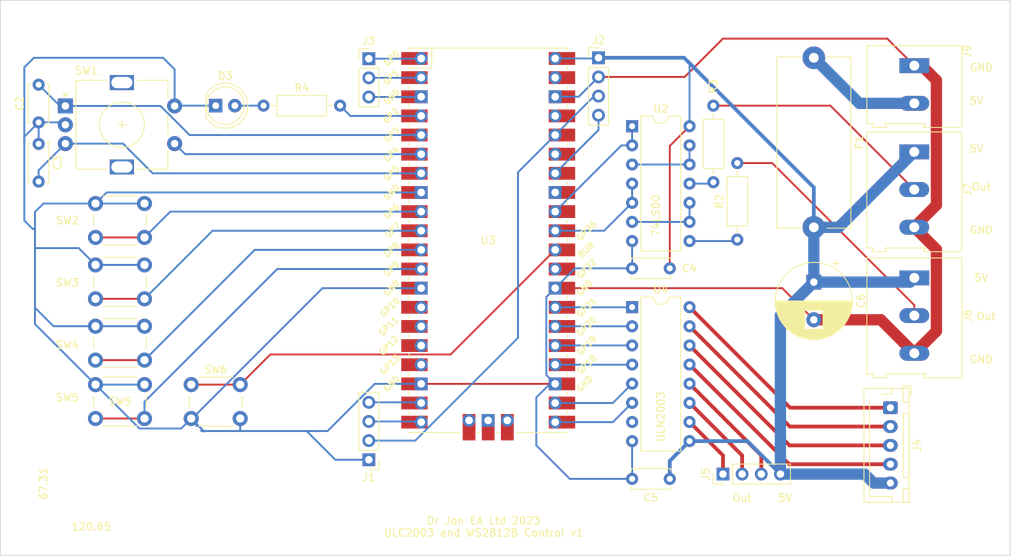
<source format=kicad_pcb>
(kicad_pcb (version 20211014) (generator pcbnew)
  (layers (0 "F.Cu" signal) (31 "B.Cu" signal) (34 "B.Paste" user) (35 "F.Paste" user) (36 "B.SilkS" user "B.Silkscreen") (37 "F.SilkS" user "F.Silkscreen") (38 "B.Mask" user) (39 "F.Mask" user) (44 "Edge.Cuts" user))
  (net 0 "")
  (net 1 "+5V")
  (net 2 "GND")
  (net 3 "Net-(D3-Pad2)")
  (net 4 "Net-(C2-Pad2)")
  (net 5 "Net-(D1-Pad4)")
  (net 6 "Net-(D2-Pad4)")
  (net 7 "Net-(F1-Pad1)")
  (net 8 "Net-(J3-Pad1)")
  (net 9 "Net-(J3-Pad2)")
  (net 10 "Net-(J3-Pad3)")
  (net 11 "Net-(C3-Pad2)")
  (net 12 "+3.3V")
  (net 13 "Net-(J4-Pad4)")
  (net 14 "Net-(J4-Pad3)")
  (net 15 "Net-(J4-Pad2)")
  (net 16 "Net-(J4-Pad1)")
  (net 17 "Net-(J1-Pad3)")
  (net 18 "Net-(U3-Pad19)")
  (net 19 "Net-(U3-Pad34)")
  (net 20 "Net-(SW1-PadS1)")
  (net 21 "Net-(SW2-Pad2)")
  (net 22 "Net-(J5-Pad1)")
  (net 23 "Net-(SW3-Pad2)")
  (net 24 "Net-(J5-Pad2)")
  (net 25 "Net-(J5-Pad3)")
  (net 26 "Net-(SW4-Pad2)")
  (net 33 "Net-(SW6-Pad1)")
  (net 35 "Net-(U2-Pad4)")
  (net 37 "Net-(U3-Pad27)")
  (net 38 "Net-(U3-Pad26)")
  (net 39 "Net-(U3-Pad25)")
  (net 40 "Net-(U3-Pad24)")
  (net 45 "Net-(U3-Pad21)")
  (net 46 "Net-(U3-Pad22)")
  (net 48 "Net-(R2-Pad1)")
  (net 49 "Net-(R3-Pad1)")
  (net 50 "Net-(R4-Pad2)")
  (net 51 "Net-(SW5-Pad2)")
  (net 52 "Net-(U2-Pad1)")
  (net 53 "Net-(U2-Pad12)")
  (net 54 "Net-(U2-Pad10)")
  (footprint "Connector_PinHeader_2.54mm:PinHeader_1x04_P2.54mm_Vertical" (layer "F.Cu") (at 115.58 103.505 90)
    (fp_text reference "J5" (at 0 -2.33 90) (layer "F.SilkS"))
    (fp_text value "Conn_01x04_Male")
    (pad "1" thru_hole rect (at 0 0 90) (size 1.7 1.7) (drill 1) (layers *.Cu *.Mask) (net 22 "Net-(J5-Pad1)"))
    (pad "2" thru_hole oval (at 0 2.54 90) (size 1.7 1.7) (drill 1) (layers *.Cu *.Mask) (net 24 "Net-(J5-Pad2)"))
    (pad "3" thru_hole oval (at 0 5.08 90) (size 1.7 1.7) (drill 1) (layers *.Cu *.Mask) (net 25 "Net-(J5-Pad3)"))
    (pad "4" thru_hole oval (at 0 7.62 90) (size 1.7 1.7) (drill 1) (layers *.Cu *.Mask) (net 1 "+5V"))
  )
  (footprint "Capacitor_THT:C_Disc_D5.0mm_W2.5mm_P5.00mm" (layer "F.Cu") (at 108.52 76.2 180)
    (fp_text reference "C4" (at -2.605 0) (layer "F.SilkS"))
    (fp_text value "100nf")
    (pad "1" thru_hole circle (at 0 0 180) (size 1.6 1.6) (drill 0.8) (layers *.Cu *.Mask) (net 1 "+5V"))
    (pad "2" thru_hole circle (at 5 0 180) (size 1.6 1.6) (drill 0.8) (layers *.Cu *.Mask) (net 2 "GND"))
  )
  (footprint "" (layer "F.Cu") (at 25.4 43.18)
    (fp_text reference "" (at 0 0) (layer "F.SilkS") (effects (font (size 1.27 1.27))))
    (fp_text value "" (at 0 0) (layer "F.SilkS") (effects (font (size 1.27 1.27))))
    (pad "" np_thru_hole circle (at 0 0) (size 2.2 2.2) (drill 2.2) (layers F&B.Cu *.Mask))
  )
  (footprint "Capacitor_THT:C_Disc_D5.0mm_W2.5mm_P5.00mm" (layer "F.Cu") (at 108.52 104.14 180)
    (fp_text reference "C5" (at 2.5 -2.5) (layer "F.SilkS"))
    (fp_text value "100nf")
    (pad "1" thru_hole circle (at 0 0 180) (size 1.6 1.6) (drill 0.8) (layers *.Cu *.Mask) (net 1 "+5V"))
    (pad "2" thru_hole circle (at 5 0 180) (size 1.6 1.6) (drill 0.8) (layers *.Cu *.Mask) (net 2 "GND"))
  )
  (footprint "Button_Switch_THT:SW_PUSH_6mm" (layer "F.Cu") (at 45.01 91.63)
    (fp_text reference "SW6" (at 3.25 -2) (layer "F.SilkS"))
    (fp_text value "SW_Push" hide)
    (pad "1" thru_hole circle (at 0 0 90) (size 2 2) (drill 1.1) (layers *.Cu *.Mask) (net 33 "Net-(SW6-Pad1)"))
    (pad "1" thru_hole circle (at 6.5 0 90) (size 2 2) (drill 1.1) (layers *.Cu *.Mask) (net 33 "Net-(SW6-Pad1)"))
    (pad "2" thru_hole circle (at 0 4.5 90) (size 2 2) (drill 1.1) (layers *.Cu *.Mask) (net 2 "GND"))
    (pad "2" thru_hole circle (at 6.5 4.5 90) (size 2 2) (drill 1.1) (layers *.Cu *.Mask) (net 2 "GND"))
  )
  (footprint "Resistor_THT:R_Axial_DIN0207_L6.3mm_D2.5mm_P10.16mm_Horizontal" (layer "F.Cu") (at 117.475 72.39 90)
    (fp_text reference "R2" (at 5.08 -2.37 90) (layer "F.SilkS"))
    (fp_text value "330R")
    (pad "1" thru_hole circle (at 0 0 90) (size 1.6 1.6) (drill 0.8) (layers *.Cu *.Mask) (net 48 "Net-(R2-Pad1)"))
    (pad "2" thru_hole oval (at 10.16 0 90) (size 1.6 1.6) (drill 0.8) (layers *.Cu *.Mask) (net 5 "Net-(D1-Pad4)"))
  )
  (footprint "Fuse:Fuseholder_Cylinder-5x20mm_Schurter_0031_8201_Horizontal_Open" (layer "F.Cu") (at 127.635 48.26 -90)
    (fp_text reference "F1" (at 11.25 -6 90) (layer "F.SilkS"))
    (fp_text value "Fuse 5A")
    (pad "" np_thru_hole circle (at 11.25 0 270) (size 2.7 2.7) (drill 2.7) (layers *.Cu *.Mask))
    (pad "1" thru_hole circle (at 0 0 270) (size 3 3) (drill 1.3) (layers *.Cu *.Mask) (net 7 "Net-(F1-Pad1)"))
    (pad "2" thru_hole circle (at 22.5 0 270) (size 3 3) (drill 1.3) (layers *.Cu *.Mask) (net 1 "+5V"))
  )
  (footprint "Rotary_Encoder:RotaryEncoder_Alps_EC11E-Switch_Vertical_H20mm" (layer "F.Cu") (at 28.31 54.65)
    (fp_text reference "SW1" (at 2.8 -4.7) (layer "F.SilkS"))
    (fp_text value "RotaryEncoder_Switch")
    (pad "A" thru_hole rect (at 0 0) (size 2 2) (drill 1) (layers *.Cu *.Mask) (net 4 "Net-(C2-Pad2)"))
    (pad "B" thru_hole circle (at 0 5) (size 2 2) (drill 1) (layers *.Cu *.Mask) (net 11 "Net-(C3-Pad2)"))
    (pad "C" thru_hole circle (at 0 2.5) (size 2 2) (drill 1) (layers *.Cu *.Mask) (net 2 "GND"))
    (pad "MP" thru_hole rect (at 7.5 -3.1) (size 3.2 2) (drill oval 2.8 1.5) (layers *.Cu *.Mask))
    (pad "MP" thru_hole rect (at 7.5 8.1) (size 3.2 2) (drill oval 2.8 1.5) (layers *.Cu *.Mask))
    (pad "S1" thru_hole circle (at 14.5 5) (size 2 2) (drill 1) (layers *.Cu *.Mask) (net 20 "Net-(SW1-PadS1)"))
    (pad "S2" thru_hole circle (at 14.5 0) (size 2 2) (drill 1) (layers *.Cu *.Mask) (net 2 "GND"))
  )
  (footprint "TerminalBlock:TerminalBlock_Altech_AK300-2_P5.00mm" (layer "F.Cu") (at 140.97 49.305 -90)
    (fp_text reference "J9" (at -1.92 -6.99 90) (layer "F.SilkS"))
    (fp_text value "Screw_Terminal_01x02")
    (pad "1" thru_hole rect (at 0 0 270) (size 1.98 3.96) (drill 1.32) (layers *.Cu *.Mask) (net 2 "GND"))
    (pad "2" thru_hole oval (at 5 0 270) (size 1.98 3.96) (drill 1.32) (layers *.Cu *.Mask) (net 7 "Net-(F1-Pad1)"))
  )
  (footprint "Button_Switch_THT:SW_PUSH_6mm" (layer "F.Cu") (at 32.31 83.88)
    (fp_text reference "SW4" (at -3.735 2.48) (layer "F.SilkS"))
    (fp_text value "SW_Push" hide)
    (pad "1" thru_hole circle (at 6.5 0 90) (size 2 2) (drill 1.1) (layers *.Cu *.Mask) (net 2 "GND"))
    (pad "1" thru_hole circle (at 0 0 90) (size 2 2) (drill 1.1) (layers *.Cu *.Mask) (net 2 "GND"))
    (pad "2" thru_hole circle (at 6.5 4.5 90) (size 2 2) (drill 1.1) (layers *.Cu *.Mask) (net 26 "Net-(SW4-Pad2)"))
    (pad "2" thru_hole circle (at 0 4.5 90) (size 2 2) (drill 1.1) (layers *.Cu *.Mask) (net 26 "Net-(SW4-Pad2)"))
  )
  (footprint "Connector_PinHeader_2.54mm:PinHeader_1x04_P2.54mm_Vertical" (layer "F.Cu") (at 99.06 48.26)
    (fp_text reference "J2" (at 0 -2.33) (layer "F.SilkS"))
    (fp_text value "Conn_01x04_Male")
    (pad "1" thru_hole rect (at 0 0) (size 1.7 1.7) (drill 1) (layers *.Cu *.Mask) (net 1 "+5V"))
    (pad "2" thru_hole oval (at 0 2.54) (size 1.7 1.7) (drill 1) (layers *.Cu *.Mask) (net 2 "GND"))
    (pad "3" thru_hole oval (at 0 5.08) (size 1.7 1.7) (drill 1) (layers *.Cu *.Mask) (net 12 "+3.3V"))
    (pad "4" thru_hole oval (at 0 7.62) (size 1.7 1.7) (drill 1) (layers *.Cu *.Mask) (net 19 "Net-(U3-Pad34)"))
  )
  (footprint "Button_Switch_THT:SW_PUSH_6mm" (layer "F.Cu") (at 32.31 67.6)
    (fp_text reference "SW2" (at -3.735 2.25) (layer "F.SilkS"))
    (fp_text value "SW_Push" hide)
    (pad "1" thru_hole circle (at 0 0 90) (size 2 2) (drill 1.1) (layers *.Cu *.Mask) (net 2 "GND"))
    (pad "1" thru_hole circle (at 6.5 0 90) (size 2 2) (drill 1.1) (layers *.Cu *.Mask) (net 2 "GND"))
    (pad "2" thru_hole circle (at 6.5 4.5 90) (size 2 2) (drill 1.1) (layers *.Cu *.Mask) (net 21 "Net-(SW2-Pad2)"))
    (pad "2" thru_hole circle (at 0 4.5 90) (size 2 2) (drill 1.1) (layers *.Cu *.Mask) (net 21 "Net-(SW2-Pad2)"))
  )
  (footprint "Capacitor_THT:C_Disc_D5.0mm_W2.5mm_P5.00mm" (layer "F.Cu") (at 24.765 56.83 90)
    (fp_text reference "C2" (at 2.5 -2.5 90) (layer "F.SilkS"))
    (fp_text value "10nF")
    (pad "1" thru_hole circle (at 0 0 90) (size 1.6 1.6) (drill 0.8) (layers *.Cu *.Mask) (net 2 "GND"))
    (pad "2" thru_hole circle (at 5 0 90) (size 1.6 1.6) (drill 0.8) (layers *.Cu *.Mask) (net 4 "Net-(C2-Pad2)"))
  )
  (footprint "Resistor_THT:R_Axial_DIN0207_L6.3mm_D2.5mm_P10.16mm_Horizontal" (layer "F.Cu") (at 54.61 54.61)
    (fp_text reference "R4" (at 5.08 -2.37) (layer "F.SilkS"))
    (fp_text value "75R")
    (pad "1" thru_hole circle (at 0 0) (size 1.6 1.6) (drill 0.8) (layers *.Cu *.Mask) (net 3 "Net-(D3-Pad2)"))
    (pad "2" thru_hole oval (at 10.16 0) (size 1.6 1.6) (drill 0.8) (layers *.Cu *.Mask) (net 50 "Net-(R4-Pad2)"))
  )
  (footprint "MountingHole:MountingHole_2.2mm_M2" (layer "F.Cu") (at 25.4 110.49)
    (fp_text reference "REF**" hide)
    (fp_text value "M2")
    (pad "" np_thru_hole circle (at 0 0) (size 2.2 2.2) (drill 2.2) (layers *.Cu *.Mask))
  )
  (footprint "Resistor_THT:R_Axial_DIN0207_L6.3mm_D2.5mm_P10.16mm_Horizontal" (layer "F.Cu") (at 114.3 64.77 90)
    (fp_text reference "R3" (at 12.7 0 90) (layer "F.SilkS"))
    (fp_text value "330R")
    (pad "1" thru_hole circle (at 0 0 90) (size 1.6 1.6) (drill 0.8) (layers *.Cu *.Mask) (net 49 "Net-(R3-Pad1)"))
    (pad "2" thru_hole oval (at 10.16 0 90) (size 1.6 1.6) (drill 0.8) (layers *.Cu *.Mask) (net 6 "Net-(D2-Pad4)"))
  )
  (footprint "Package_DIP:DIP-16_W7.62mm" (layer "F.Cu") (at 103.52 81.35)
    (fp_text reference "U4" (at 3.81 -2.33) (layer "F.SilkS"))
    (fp_text value "ULN2003" (at 3.81 14.535 90) (layer "F.SilkS"))
    (pad "1" thru_hole rect (at 0 0) (size 1.6 1.6) (drill 0.8) (layers *.Cu *.Mask) (net 37 "Net-(U3-Pad27)"))
    (pad "2" thru_hole oval (at 0 2.54) (size 1.6 1.6) (drill 0.8) (layers *.Cu *.Mask) (net 38 "Net-(U3-Pad26)"))
    (pad "3" thru_hole oval (at 0 5.08) (size 1.6 1.6) (drill 0.8) (layers *.Cu *.Mask) (net 39 "Net-(U3-Pad25)"))
    (pad "4" thru_hole oval (at 0 7.62) (size 1.6 1.6) (drill 0.8) (layers *.Cu *.Mask) (net 40 "Net-(U3-Pad24)"))
    (pad "5" thru_hole oval (at 0 10.16) (size 1.6 1.6) (drill 0.8) (layers *.Cu *.Mask) (net 46 "Net-(U3-Pad22)"))
    (pad "6" thru_hole oval (at 0 12.7) (size 1.6 1.6) (drill 0.8) (layers *.Cu *.Mask) (net 45 "Net-(U3-Pad21)"))
    (pad "7" thru_hole oval (at 0 15.24) (size 1.6 1.6) (drill 0.8) (layers *.Cu *.Mask))
    (pad "8" thru_hole oval (at 0 17.78) (size 1.6 1.6) (drill 0.8) (layers *.Cu *.Mask) (net 2 "GND"))
    (pad "9" thru_hole oval (at 7.62 17.78) (size 1.6 1.6) (drill 0.8) (layers *.Cu *.Mask) (net 1 "+5V"))
    (pad "10" thru_hole oval (at 7.62 15.24) (size 1.6 1.6) (drill 0.8) (layers *.Cu *.Mask) (net 22 "Net-(J5-Pad1)"))
    (pad "11" thru_hole oval (at 7.62 12.7) (size 1.6 1.6) (drill 0.8) (layers *.Cu *.Mask) (net 24 "Net-(J5-Pad2)"))
    (pad "12" thru_hole oval (at 7.62 10.16) (size 1.6 1.6) (drill 0.8) (layers *.Cu *.Mask) (net 25 "Net-(J5-Pad3)"))
    (pad "13" thru_hole oval (at 7.62 7.62) (size 1.6 1.6) (drill 0.8) (layers *.Cu *.Mask) (net 13 "Net-(J4-Pad4)"))
    (pad "14" thru_hole oval (at 7.62 5.08) (size 1.6 1.6) (drill 0.8) (layers *.Cu *.Mask) (net 14 "Net-(J4-Pad3)"))
    (pad "15" thru_hole oval (at 7.62 2.54) (size 1.6 1.6) (drill 0.8) (layers *.Cu *.Mask) (net 15 "Net-(J4-Pad2)"))
    (pad "16" thru_hole oval (at 7.62 0) (size 1.6 1.6) (drill 0.8) (layers *.Cu *.Mask) (net 16 "Net-(J4-Pad1)"))
  )
  (footprint "Connector_PinHeader_2.54mm:PinHeader_1x04_P2.54mm_Vertical" (layer "F.Cu") (at 68.58 101.6 180)
    (fp_text reference "J1" (at 0 -2.33) (layer "F.SilkS"))
    (fp_text value "Conn_01x04_Male")
    (pad "1" thru_hole rect (at 0 0 180) (size 1.7 1.7) (drill 1) (layers *.Cu *.Mask) (net 2 "GND"))
    (pad "2" thru_hole oval (at 0 2.54 180) (size 1.7 1.7) (drill 1) (layers *.Cu *.Mask) (net 12 "+3.3V"))
    (pad "3" thru_hole oval (at 0 5.08 180) (size 1.7 1.7) (drill 1) (layers *.Cu *.Mask) (net 17 "Net-(J1-Pad3)"))
    (pad "4" thru_hole oval (at 0 7.62 180) (size 1.7 1.7) (drill 1) (layers *.Cu *.Mask) (net 18 "Net-(U3-Pad19)"))
  )
  (footprint "Connector_PinHeader_2.54mm:PinHeader_1x03_P2.54mm_Vertical" (layer "F.Cu") (at 68.58 48.38)
    (fp_text reference "J3" (at 0 -2.33) (layer "F.SilkS"))
    (fp_text value "Uart")
    (pad "1" thru_hole rect (at 0 0) (size 1.7 1.7) (drill 1) (layers *.Cu *.Mask) (net 8 "Net-(J3-Pad1)"))
    (pad "2" thru_hole oval (at 0 2.54) (size 1.7 1.7) (drill 1) (layers *.Cu *.Mask) (net 9 "Net-(J3-Pad2)"))
    (pad "3" thru_hole oval (at 0 5.08) (size 1.7 1.7) (drill 1) (layers *.Cu *.Mask) (net 10 "Net-(J3-Pad3)"))
  )
  (footprint "LED_THT:LED_D5.0mm" (layer "F.Cu") (at 48.26 54.61)
    (fp_text reference "D3" (at 1.27 -3.96) (layer "F.SilkS"))
    (fp_text value "LED")
    (pad "1" thru_hole rect (at 0 0) (size 1.8 1.8) (drill 0.9) (layers *.Cu *.Mask) (net 2 "GND"))
    (pad "2" thru_hole circle (at 2.54 0) (size 1.8 1.8) (drill 0.9) (layers *.Cu *.Mask) (net 3 "Net-(D3-Pad2)"))
  )
  (footprint "" (layer "F.Cu") (at 146.05 43.18)
    (fp_text reference "" (at 0 0) (layer "F.SilkS") (effects (font (size 1.27 1.27))))
    (fp_text value "" (at 0 0) (layer "F.SilkS") (effects (font (size 1.27 1.27))))
    (pad "" np_thru_hole circle (at 0 0) (size 2.2 2.2) (drill 2.2) (layers F&B.Cu *.Mask))
  )
  (footprint "Package_DIP:DIP-14_W7.62mm" (layer "F.Cu") (at 103.52 57.34)
    (fp_text reference "U2" (at 3.81 -2.33) (layer "F.SilkS"))
    (fp_text value "74LS00" (at 3.16 11.875 90) (layer "F.SilkS"))
    (pad "1" thru_hole rect (at 0 0) (size 1.6 1.6) (drill 0.8) (layers *.Cu *.Mask) (net 52 "Net-(U2-Pad1)"))
    (pad "2" thru_hole oval (at 0 2.54) (size 1.6 1.6) (drill 0.8) (layers *.Cu *.Mask) (net 52 "Net-(U2-Pad1)"))
    (pad "3" thru_hole oval (at 0 5.08) (size 1.6 1.6) (drill 0.8) (layers *.Cu *.Mask) (net 53 "Net-(U2-Pad12)"))
    (pad "4" thru_hole oval (at 0 7.62) (size 1.6 1.6) (drill 0.8) (layers *.Cu *.Mask) (net 35 "Net-(U2-Pad4)"))
    (pad "5" thru_hole oval (at 0 10.16) (size 1.6 1.6) (drill 0.8) (layers *.Cu *.Mask) (net 35 "Net-(U2-Pad4)"))
    (pad "6" thru_hole oval (at 0 12.7) (size 1.6 1.6) (drill 0.8) (layers *.Cu *.Mask) (net 54 "Net-(U2-Pad10)"))
    (pad "7" thru_hole oval (at 0 15.24) (size 1.6 1.6) (drill 0.8) (layers *.Cu *.Mask) (net 2 "GND"))
    (pad "8" thru_hole oval (at 7.62 15.24) (size 1.6 1.6) (drill 0.8) (layers *.Cu *.Mask) (net 48 "Net-(R2-Pad1)"))
    (pad "9" thru_hole oval (at 7.62 12.7) (size 1.6 1.6) (drill 0.8) (layers *.Cu *.Mask) (net 54 "Net-(U2-Pad10)"))
    (pad "10" thru_hole oval (at 7.62 10.16) (size 1.6 1.6) (drill 0.8) (layers *.Cu *.Mask) (net 54 "Net-(U2-Pad10)"))
    (pad "11" thru_hole oval (at 7.62 7.62) (size 1.6 1.6) (drill 0.8) (layers *.Cu *.Mask) (net 49 "Net-(R3-Pad1)"))
    (pad "12" thru_hole oval (at 7.62 5.08) (size 1.6 1.6) (drill 0.8) (layers *.Cu *.Mask) (net 53 "Net-(U2-Pad12)"))
    (pad "13" thru_hole oval (at 7.62 2.54) (size 1.6 1.6) (drill 0.8) (layers *.Cu *.Mask) (net 53 "Net-(U2-Pad12)"))
    (pad "14" thru_hole oval (at 7.62 0) (size 1.6 1.6) (drill 0.8) (layers *.Cu *.Mask) (net 1 "+5V"))
  )
  (footprint "TerminalBlock:TerminalBlock_Altech_AK300-3_P5.00mm" (layer "F.Cu") (at 140.97 77.47 -90)
    (fp_text reference "J6" (at 5 -7.1 90) (layer "F.SilkS"))
    (fp_text value "Screw_Terminal_01x03")
    (pad "1" thru_hole rect (at 0 0 270) (size 1.98 3.96) (drill 1.32) (layers *.Cu *.Mask) (net 1 "+5V"))
    (pad "2" thru_hole oval (at 5 0 270) (size 1.98 3.96) (drill 1.32) (layers *.Cu *.Mask) (net 5 "Net-(D1-Pad4)"))
    (pad "3" thru_hole oval (at 10 0 270) (size 1.98 3.96) (drill 1.32) (layers *.Cu *.Mask) (net 2 "GND"))
  )
  (footprint "MountingHole:MountingHole_2.2mm_M2" (layer "F.Cu") (at 146.05 110.49)
    (fp_text reference "REF**" hide)
    (fp_text value "MountingHole_2.2mm_M2")
    (pad "" np_thru_hole circle (at 0 0) (size 2.2 2.2) (drill 2.2) (layers *.Cu *.Mask))
  )
  (footprint "TerminalBlock:TerminalBlock_Altech_AK300-3_P5.00mm" (layer "F.Cu") (at 140.96 60.745 -90)
    (fp_text reference "J7" (at 5 -7.1 90) (layer "F.SilkS"))
    (fp_text value "Screw_Terminal_01x03")
    (pad "1" thru_hole rect (at 0 0 270) (size 1.98 3.96) (drill 1.32) (layers *.Cu *.Mask) (net 1 "+5V"))
    (pad "2" thru_hole oval (at 5 0 270) (size 1.98 3.96) (drill 1.32) (layers *.Cu *.Mask) (net 6 "Net-(D2-Pad4)"))
    (pad "3" thru_hole oval (at 10 0 270) (size 1.98 3.96) (drill 1.32) (layers *.Cu *.Mask) (net 2 "GND"))
  )
  (footprint "Connector_JST:JST_XH_B5B-XH-AM_1x05_P2.50mm_Vertical" (layer "F.Cu") (at 137.795 94.695 -90)
    (fp_text reference "J4" (at 5 -3.55 90) (layer "F.SilkS"))
    (fp_text value "Conn_01x05")
    (pad "" np_thru_hole circle (at -1.6 2 270) (size 1.2 1.2) (drill 1.2) (layers *.Cu *.Mask))
    (pad "1" thru_hole roundrect (at 0 0 270) (size 1.7 1.95) (drill 0.95) (layers *.Cu *.Mask) (roundrect_rratio 0.1470588235) (net 16 "Net-(J4-Pad1)"))
    (pad "2" thru_hole oval (at 2.5 0 270) (size 1.7 1.95) (drill 0.95) (layers *.Cu *.Mask) (net 15 "Net-(J4-Pad2)"))
    (pad "3" thru_hole oval (at 5 0 270) (size 1.7 1.95) (drill 0.95) (layers *.Cu *.Mask) (net 14 "Net-(J4-Pad3)"))
    (pad "4" thru_hole oval (at 7.5 0 270) (size 1.7 1.95) (drill 0.95) (layers *.Cu *.Mask) (net 13 "Net-(J4-Pad4)"))
    (pad "5" thru_hole oval (at 10 0 270) (size 1.7 1.95) (drill 0.95) (layers *.Cu *.Mask) (net 1 "+5V"))
  )
  (footprint "Button_Switch_THT:SW_PUSH_6mm" (layer "F.Cu") (at 32.31 75.744436)
    (fp_text reference "SW3" (at -3.735 2.360564) (layer "F.SilkS"))
    (fp_text value "SW_Push" hide)
    (pad "1" thru_hole circle (at 0 0 90) (size 2 2) (drill 1.1) (layers *.Cu *.Mask) (net 2 "GND"))
    (pad "1" thru_hole circle (at 6.5 0 90) (size 2 2) (drill 1.1) (layers *.Cu *.Mask) (net 2 "GND"))
    (pad "2" thru_hole circle (at 0 4.5 90) (size 2 2) (drill 1.1) (layers *.Cu *.Mask) (net 23 "Net-(SW3-Pad2)"))
    (pad "2" thru_hole circle (at 6.5 4.5 90) (size 2 2) (drill 1.1) (layers *.Cu *.Mask) (net 23 "Net-(SW3-Pad2)"))
  )
  (footprint "Capacitor_THT:CP_Radial_D10.0mm_P5.00mm" (layer "F.Cu") (at 127.635 78.025907 -90)
    (fp_text reference "C6" (at 2.5 -6.25 -270) (layer "F.SilkS"))
    (fp_text value "1000uF")
    (pad "1" thru_hole rect (at 0 0 270) (size 2 2) (drill 1) (layers *.Cu *.Mask) (net 1 "+5V"))
    (pad "2" thru_hole circle (at 5 0 270) (size 2 2) (drill 1) (layers *.Cu *.Mask) (net 2 "GND"))
  )
  (footprint "Capacitor_THT:C_Disc_D5.0mm_W2.5mm_P5.00mm" (layer "F.Cu") (at 24.765 59.69 -90)
    (fp_text reference "C3" (at 2.5 -2.5 90) (layer "F.SilkS"))
    (fp_text value "10nF")
    (pad "1" thru_hole circle (at 0 0 270) (size 1.6 1.6) (drill 0.8) (layers *.Cu *.Mask) (net 2 "GND"))
    (pad "2" thru_hole circle (at 5 0 270) (size 1.6 1.6) (drill 0.8) (layers *.Cu *.Mask) (net 11 "Net-(C3-Pad2)"))
  )
  (footprint "MCU_RaspberryPi_and_Boards:RPi_Pico_SMD_TH" (layer "F.Cu") (at 84.42 72.48)
    (fp_text reference "U3" (at 0 0) (layer "F.SilkS"))
    (fp_text value "Pico")
    (fp_text user "GND" (at -12.8 -19.05 45) (layer "F.SilkS") (effects (font (size 0.8 0.8))))
    (fp_text user "GP20" (at 13.054 11.43 45) (layer "F.SilkS") (effects (font (size 0.8 0.8))))
    (fp_text user "GP11" (at -13.2 11.43 45) (layer "F.SilkS") (effects (font (size 0.8 0.8))))
    (fp_text user "GP22" (at 13.054 3.81 45) (layer "F.SilkS") (effects (font (size 0.8 0.8))))
    (fp_text user "GND" (at 12.8 19.05 45) (layer "F.SilkS") (effects (font (size 0.8 0.8))))
    (fp_text user "GND" (at -12.8 6.35 45) (layer "F.SilkS") (effects (font (size 0.8 0.8))))
    (fp_text user "GP4" (at -12.8 -11.43 45) (layer "F.SilkS") (effects (font (size 0.8 0.8))))
    (fp_text user "GP13" (at -13.054 16.51 45) (layer "F.SilkS") (effects (font (size 0.8 0.8))))
    (fp_text user "GP19" (at 13.054 13.97 45) (layer "F.SilkS") (effects (font (size 0.8 0.8))))
    (fp_text user "GP3" (at -12.8 -13.97 45) (layer "F.SilkS") (effects (font (size 0.8 0.8))))
    (fp_text user "GP12" (at -13.2 13.97 45) (layer "F.SilkS") (effects (font (size 0.8 0.8))))
    (fp_text user "GP1" (at -12.9 -21.6 45) (layer "F.SilkS") (effects (font (size 0.8 0.8))))
    (fp_text user "GP5" (at -12.8 -8.89 45) (layer "F.SilkS") (effects (font (size 0.8 0.8))))
    (fp_text user "GP0" (at -12.8 -24.13 45) (layer "F.SilkS") (effects (font (size 0.8 0.8))))
    (fp_text user "GP21" (at 13.054 8.9 45) (layer "F.SilkS") (effects (font (size 0.8 0.8))))
    (fp_text user "GP2" (at -12.9 -16.51 45) (layer "F.SilkS") (effects (font (size 0.8 0.8))))
    (fp_text user "GND" (at -12.8 -6.35 45) (layer "F.SilkS") (effects (font (size 0.8 0.8))))
    (fp_text user "GP10" (at -13.054 8.89 45) (layer "F.SilkS") (effects (font (size 0.8 0.8))))
    (fp_text user "GND" (at 12.8 6.35 45) (layer "F.SilkS") (effects (font (size 0.8 0.8))))
    (fp_text user "GP26" (at 13.054 -1.27 45) (layer "F.SilkS") (effects (font (size 0.8 0.8))))
    (fp_text user "GP18" (at 13.054 16.51 45) (layer "F.SilkS") (effects (font (size 0.8 0.8))))
    (fp_text user "GND" (at -12.8 19.05 45) (layer "F.SilkS") (effects (font (size 0.8 0.8))))
    (fp_text user "RUN" (at 13 1.27 45) (layer "F.SilkS") (effects (font (size 0.8 0.8))))
    (fp_text user "GP7" (at -12.7 -1.3 45) (layer "F.SilkS") (effects (font (size 0.8 0.8))))
    (fp_text user "GP6" (at -12.8 -3.81 45) (layer "F.SilkS") (effects (font (size 0.8 0.8))))
    (fp_text user "GP9" (at -12.8 3.81 45) (layer "F.SilkS") (effects (font (size 0.8 0.8))))
    (fp_text user "GP8" (at -12.8 1.27 45) (layer "F.SilkS") (effects (font (size 0.8 0.8))))
    (pad "" np_thru_hole oval (at -2.725 -24) (size 1.8 1.8) (drill 1.8) (layers *.Cu *.Mask))
    (pad "" np_thru_hole oval (at 2.425 -20.97) (size 1.5 1.5) (drill 1.5) (layers *.Cu *.Mask))
    (pad "" np_thru_hole oval (at -2.425 -20.97) (size 1.5 1.5) (drill 1.5) (layers *.Cu *.Mask))
    (pad "" np_thru_hole oval (at 2.725 -24) (size 1.8 1.8) (drill 1.8) (layers *.Cu *.Mask))
    (pad "1" smd rect (at -8.89 -24.13) (size 3.5 1.7) (drill (offset -0.9 0)) (layers "F.Cu" "F.Mask") (net 8 "Net-(J3-Pad1)"))
    (pad "1" thru_hole oval (at -8.89 -24.13) (size 1.7 1.7) (drill 1.02) (layers *.Cu *.Mask) (net 8 "Net-(J3-Pad1)"))
    (pad "2" smd rect (at -8.89 -21.59) (size 3.5 1.7) (drill (offset -0.9 0)) (layers "F.Cu" "F.Mask") (net 9 "Net-(J3-Pad2)"))
    (pad "2" thru_hole oval (at -8.89 -21.59) (size 1.7 1.7) (drill 1.02) (layers *.Cu *.Mask) (net 9 "Net-(J3-Pad2)"))
    (pad "3" thru_hole rect (at -8.89 -19.05) (size 1.7 1.7) (drill 1.02) (layers *.Cu *.Mask) (net 10 "Net-(J3-Pad3)"))
    (pad "3" smd rect (at -8.89 -19.05) (size 3.5 1.7) (drill (offset -0.9 0)) (layers "F.Cu" "F.Mask") (net 10 "Net-(J3-Pad3)"))
    (pad "4" smd rect (at -8.89 -16.51) (size 3.5 1.7) (drill (offset -0.9 0)) (layers "F.Cu" "F.Mask") (net 50 "Net-(R4-Pad2)"))
    (pad "4" thru_hole oval (at -8.89 -16.51) (size 1.7 1.7) (drill 1.02) (layers *.Cu *.Mask) (net 50 "Net-(R4-Pad2)"))
    (pad "5" smd rect (at -8.89 -13.97) (size 3.5 1.7) (drill (offset -0.9 0)) (layers "F.Cu" "F.Mask") (net 4 "Net-(C2-Pad2)"))
    (pad "5" thru_hole oval (at -8.89 -13.97) (size 1.7 1.7) (drill 1.02) (layers *.Cu *.Mask) (net 4 "Net-(C2-Pad2)"))
    (pad "6" thru_hole oval (at -8.89 -11.43) (size 1.7 1.7) (drill 1.02) (layers *.Cu *.Mask) (net 20 "Net-(SW1-PadS1)"))
    (pad "6" smd rect (at -8.89 -11.43) (size 3.5 1.7) (drill (offset -0.9 0)) (layers "F.Cu" "F.Mask") (net 20 "Net-(SW1-PadS1)"))
    (pad "7" smd rect (at -8.89 -8.89) (size 3.5 1.7) (drill (offset -0.9 0)) (layers "F.Cu" "F.Mask") (net 11 "Net-(C3-Pad2)"))
    (pad "7" thru_hole oval (at -8.89 -8.89) (size 1.7 1.7) (drill 1.02) (layers *.Cu *.Mask) (net 11 "Net-(C3-Pad2)"))
    (pad "8" thru_hole rect (at -8.89 -6.35) (size 1.7 1.7) (drill 1.02) (layers *.Cu *.Mask) (net 2 "GND"))
    (pad "8" smd rect (at -8.89 -6.35) (size 3.5 1.7) (drill (offset -0.9 0)) (layers "F.Cu" "F.Mask") (net 2 "GND"))
    (pad "9" thru_hole oval (at -8.89 -3.81) (size 1.7 1.7) (drill 1.02) (layers *.Cu *.Mask) (net 21 "Net-(SW2-Pad2)"))
    (pad "9" smd rect (at -8.89 -3.81) (size 3.5 1.7) (drill (offset -0.9 0)) (layers "F.Cu" "F.Mask") (net 21 "Net-(SW2-Pad2)"))
    (pad "10" smd rect (at -8.89 -1.27) (size 3.5 1.7) (drill (offset -0.9 0)) (layers "F.Cu" "F.Mask") (net 23 "Net-(SW3-Pad2)"))
    (pad "10" thru_hole oval (at -8.89 -1.27) (size 1.7 1.7) (drill 1.02) (layers *.Cu *.Mask) (net 23 "Net-(SW3-Pad2)"))
    (pad "11" thru_hole oval (at -8.89 1.27) (size 1.7 1.7) (drill 1.02) (layers *.Cu *.Mask) (net 26 "Net-(SW4-Pad2)"))
    (pad "11" smd rect (at -8.89 1.27) (size 3.5 1.7) (drill (offset -0.9 0)) (layers "F.Cu" "F.Mask") (net 26 "Net-(SW4-Pad2)"))
    (pad "12" smd rect (at -8.89 3.81) (size 3.5 1.7) (drill (offset -0.9 0)) (layers "F.Cu" "F.Mask") (net 51 "Net-(SW5-Pad2)"))
    (pad "12" thru_hole oval (at -8.89 3.81) (size 1.7 1.7) (drill 1.02) (layers *.Cu *.Mask) (net 51 "Net-(SW5-Pad2)"))
    (pad "13" thru_hole rect (at -8.89 6.35) (size 1.7 1.7) (drill 1.02) (layers *.Cu *.Mask) (net 2 "GND"))
    (pad "13" smd rect (at -8.89 6.35) (size 3.5 1.7) (drill (offset -0.9 0)) (layers "F.Cu" "F.Mask") (net 2 "GND"))
    (pad "14" thru_hole oval (at -8.89 8.89) (size 1.7 1.7) (drill 1.02) (layers *.Cu *.Mask))
    (pad "14" smd rect (at -8.89 8.89) (size 3.5 1.7) (drill (offset -0.9 0)) (layers "F.Cu" "F.Mask"))
    (pad "15" thru_hole oval (at -8.89 11.43) (size 1.7 1.7) (drill 1.02) (layers *.Cu *.Mask))
    (pad "15" smd rect (at -8.89 11.43) (size 3.5 1.7) (drill (offset -0.9 0)) (layers "F.Cu" "F.Mask"))
    (pad "16" thru_hole oval (at -8.89 13.97) (size 1.7 1.7) (drill 1.02) (layers *.Cu *.Mask))
    (pad "16" smd rect (at -8.89 13.97) (size 3.5 1.7) (drill (offset -0.9 0)) (layers "F.Cu" "F.Mask"))
    (pad "17" smd rect (at -8.89 16.51) (size 3.5 1.7) (drill (offset -0.9 0)) (layers "F.Cu" "F.Mask"))
    (pad "17" thru_hole oval (at -8.89 16.51) (size 1.7 1.7) (drill 1.02) (layers *.Cu *.Mask))
    (pad "18" smd rect (at -8.89 19.05) (size 3.5 1.7) (drill (offset -0.9 0)) (layers "F.Cu" "F.Mask") (net 2 "GND"))
    (pad "18" thru_hole rect (at -8.89 19.05) (size 1.7 1.7) (drill 1.02) (layers *.Cu *.Mask) (net 2 "GND"))
    (pad "19" thru_hole oval (at -8.89 21.59) (size 1.7 1.7) (drill 1.02) (layers *.Cu *.Mask) (net 18 "Net-(U3-Pad19)"))
    (pad "19" smd rect (at -8.89 21.59) (size 3.5 1.7) (drill (offset -0.9 0)) (layers "F.Cu" "F.Mask") (net 18 "Net-(U3-Pad19)"))
    (pad "20" thru_hole oval (at -8.89 24.13) (size 1.7 1.7) (drill 1.02) (layers *.Cu *.Mask) (net 17 "Net-(J1-Pad3)"))
    (pad "20" smd rect (at -8.89 24.13) (size 3.5 1.7) (drill (offset -0.9 0)) (layers "F.Cu" "F.Mask") (net 17 "Net-(J1-Pad3)"))
    (pad "21" smd rect (at 8.89 24.13) (size 3.5 1.7) (drill (offset 0.9 0)) (layers "F.Cu" "F.Mask") (net 45 "Net-(U3-Pad21)"))
    (pad "21" thru_hole oval (at 8.89 24.13) (size 1.7 1.7) (drill 1.02) (layers *.Cu *.Mask) (net 45 "Net-(U3-Pad21)"))
    (pad "22" smd rect (at 8.89 21.59) (size 3.5 1.7) (drill (offset 0.9 0)) (layers "F.Cu" "F.Mask") (net 46 "Net-(U3-Pad22)"))
    (pad "22" thru_hole oval (at 8.89 21.59) (size 1.7 1.7) (drill 1.02) (layers *.Cu *.Mask) (net 46 "Net-(U3-Pad22)"))
    (pad "23" thru_hole rect (at 8.89 19.05) (size 1.7 1.7) (drill 1.02) (layers *.Cu *.Mask) (net 2 "GND"))
    (pad "23" smd rect (at 8.89 19.05) (size 3.5 1.7) (drill (offset 0.9 0)) (layers "F.Cu" "F.Mask") (net 2 "GND"))
    (pad "24" smd rect (at 8.89 16.51) (size 3.5 1.7) (drill (offset 0.9 0)) (layers "F.Cu" "F.Mask") (net 40 "Net-(U3-Pad24)"))
    (pad "24" thru_hole oval (at 8.89 16.51) (size 1.7 1.7) (drill 1.02) (layers *.Cu *.Mask) (net 40 "Net-(U3-Pad24)"))
    (pad "25" thru_hole oval (at 8.89 13.97) (size 1.7 1.7) (drill 1.02) (layers *.Cu *.Mask) (net 39 "Net-(U3-Pad25)"))
    (pad "25" smd rect (at 8.89 13.97) (size 3.5 1.7) (drill (offset 0.9 0)) (layers "F.Cu" "F.Mask") (net 39 "Net-(U3-Pad25)"))
    (pad "26" thru_hole oval (at 8.89 11.43) (size 1.7 1.7) (drill 1.02) (layers *.Cu *.Mask) (net 38 "Net-(U3-Pad26)"))
    (pad "26" smd rect (at 8.89 11.43) (size 3.5 1.7) (drill (offset 0.9 0)) (layers "F.Cu" "F.Mask") (net 38 "Net-(U3-Pad26)"))
    (pad "27" smd rect (at 8.89 8.89) (size 3.5 1.7) (drill (offset 0.9 0)) (layers "F.Cu" "F.Mask") (net 37 "Net-(U3-Pad27)"))
    (pad "27" thru_hole oval (at 8.89 8.89) (size 1.7 1.7) (drill 1.02) (layers *.Cu *.Mask) (net 37 "Net-(U3-Pad27)"))
    (pad "28" smd rect (at 8.89 6.35) (size 3.5 1.7) (drill (offset 0.9 0)) (layers "F.Cu" "F.Mask") (net 2 "GND"))
    (pad "28" thru_hole rect (at 8.89 6.35) (size 1.7 1.7) (drill 1.02) (layers *.Cu *.Mask) (net 2 "GND"))
    (pad "29" thru_hole oval (at 8.89 3.81) (size 1.7 1.7) (drill 1.02) (layers *.Cu *.Mask))
    (pad "29" smd rect (at 8.89 3.81) (size 3.5 1.7) (drill (offset 0.9 0)) (layers "F.Cu" "F.Mask"))
    (pad "30" thru_hole oval (at 8.89 1.27) (size 1.7 1.7) (drill 1.02) (layers *.Cu *.Mask) (net 33 "Net-(SW6-Pad1)"))
    (pad "30" smd rect (at 8.89 1.27) (size 3.5 1.7) (drill (offset 0.9 0)) (layers "F.Cu" "F.Mask") (net 33 "Net-(SW6-Pad1)"))
    (pad "31" smd rect (at 8.89 -1.27) (size 3.5 1.7) (drill (offset 0.9 0)) (layers "F.Cu" "F.Mask") (net 35 "Net-(U2-Pad4)"))
    (pad "31" thru_hole oval (at 8.89 -1.27) (size 1.7 1.7) (drill 1.02) (layers *.Cu *.Mask) (net 35 "Net-(U2-Pad4)"))
    (pad "32" thru_hole oval (at 8.89 -3.81) (size 1.7 1.7) (drill 1.02) (layers *.Cu *.Mask) (net 52 "Net-(U2-Pad1)"))
    (pad "32" smd rect (at 8.89 -3.81) (size 3.5 1.7) (drill (offset 0.9 0)) (layers "F.Cu" "F.Mask") (net 52 "Net-(U2-Pad1)"))
    (pad "33" thru_hole rect (at 8.89 -6.35) (size 1.7 1.7) (drill 1.02) (layers *.Cu *.Mask))
    (pad "33" smd rect (at 8.89 -6.35) (size 3.5 1.7) (drill (offset 0.9 0)) (layers "F.Cu" "F.Mask"))
    (pad "34" smd rect (at 8.89 -8.89) (size 3.5 1.7) (drill (offset 0.9 0)) (layers "F.Cu" "F.Mask") (net 19 "Net-(U3-Pad34)"))
    (pad "34" thru_hole oval (at 8.89 -8.89) (size 1.7 1.7) (drill 1.02) (layers *.Cu *.Mask) (net 19 "Net-(U3-Pad34)"))
    (pad "35" thru_hole oval (at 8.89 -11.43) (size 1.7 1.7) (drill 1.02) (layers *.Cu *.Mask))
    (pad "35" smd rect (at 8.89 -11.43) (size 3.5 1.7) (drill (offset 0.9 0)) (layers "F.Cu" "F.Mask"))
    (pad "36" smd rect (at 8.89 -13.97) (size 3.5 1.7) (drill (offset 0.9 0)) (layers "F.Cu" "F.Mask") (net 12 "+3.3V"))
    (pad "36" thru_hole oval (at 8.89 -13.97) (size 1.7 1.7) (drill 1.02) (layers *.Cu *.Mask) (net 12 "+3.3V"))
    (pad "37" smd rect (at 8.89 -16.51) (size 3.5 1.7) (drill (offset 0.9 0)) (layers "F.Cu" "F.Mask"))
    (pad "37" thru_hole oval (at 8.89 -16.51) (size 1.7 1.7) (drill 1.02) (layers *.Cu *.Mask))
    (pad "38" thru_hole rect (at 8.89 -19.05) (size 1.7 1.7) (drill 1.02) (layers *.Cu *.Mask) (net 2 "GND"))
    (pad "38" smd rect (at 8.89 -19.05) (size 3.5 1.7) (drill (offset 0.9 0)) (layers "F.Cu" "F.Mask") (net 2 "GND"))
    (pad "39" smd rect (at 8.89 -21.59) (size 3.5 1.7) (drill (offset 0.9 0)) (layers "F.Cu" "F.Mask"))
    (pad "39" thru_hole oval (at 8.89 -21.59) (size 1.7 1.7) (drill 1.02) (layers *.Cu *.Mask))
    (pad "40" thru_hole oval (at 8.89 -24.13) (size 1.7 1.7) (drill 1.02) (layers *.Cu *.Mask) (net 1 "+5V"))
    (pad "40" smd rect (at 8.89 -24.13) (size 3.5 1.7) (drill (offset 0.9 0)) (layers "F.Cu" "F.Mask") (net 1 "+5V"))
    (pad "41" smd rect (at -2.54 23.9 90) (size 3.5 1.7) (drill (offset -0.9 0)) (layers "F.Cu" "F.Mask"))
    (pad "41" thru_hole oval (at -2.54 23.9) (size 1.7 1.7) (drill 1.02) (layers *.Cu *.Mask))
    (pad "42" smd rect (at 0 23.9 90) (size 3.5 1.7) (drill (offset -0.9 0)) (layers "F.Cu" "F.Mask"))
    (pad "42" thru_hole rect (at 0 23.9) (size 1.7 1.7) (drill 1.02) (layers *.Cu *.Mask))
    (pad "43" smd rect (at 2.54 23.9 90) (size 3.5 1.7) (drill (offset -0.9 0)) (layers "F.Cu" "F.Mask"))
    (pad "43" thru_hole oval (at 2.54 23.9) (size 1.7 1.7) (drill 1.02) (layers *.Cu *.Mask))
  )
  (footprint "Button_Switch_THT:SW_PUSH_6mm" (layer "F.Cu") (at 32.31 91.63)
    (fp_text reference "SW5" (at -3.735 1.715) (layer "F.SilkS"))
    (fp_text value "SW_Push" hide)
    (fp_text user "${REFERENCE}" (at 3.25 2.25) (layer "F.SilkS"))
    (pad "1" thru_hole circle (at 6.5 0 90) (size 2 2) (drill 1.1) (layers *.Cu *.Mask) (net 2 "GND"))
    (pad "1" thru_hole circle (at 0 0 90) (size 2 2) (drill 1.1) (layers *.Cu *.Mask) (net 2 "GND"))
    (pad "2" thru_hole circle (at 6.5 4.5 90) (size 2 2) (drill 1.1) (layers *.Cu *.Mask) (net 51 "Net-(SW5-Pad2)"))
    (pad "2" thru_hole circle (at 0 4.5 90) (size 2 2) (drill 1.1) (layers *.Cu *.Mask) (net 51 "Net-(SW5-Pad2)"))
  )
  (gr_poly (pts (xy 153.67 114.3) (xy 19.685 114.3) (xy 19.685 40.64) (xy 153.67 40.64)) (layer "Edge.Cuts") (width 0.1) (fill none))
  (gr_text "Out" (at 118.11 106.68) (layer "F.SilkS") (effects (font (size 1 1))))
  (gr_text "5V" (at 149.86 77.47) (layer "F.SilkS") (effects (font (size 1 1))))
  (gr_text "67.31" (at 25.4 104.775 90) (layer "F.SilkS") (effects (font (size 1 1))))
  (gr_text "Dr Jon EA Ltd 2023\nULC2003 and WS2812B Control v1" (at 83.82 110.49) (layer "F.SilkS") (effects (font (size 1 1))))
  (gr_text "Out" (at 150.495 82.55) (layer "F.SilkS") (effects (font (size 1 1))))
  (gr_text "5V" (at 123.825 106.68) (layer "F.SilkS") (effects (font (size 1 1))))
  (gr_text "GND" (at 149.86 88.265) (layer "F.SilkS") (effects (font (size 1 1))))
  (gr_text "120.65" (at 31.75 110.49) (layer "F.SilkS") (effects (font (size 1 1))))
  (gr_text "GND" (at 149.86 71.12) (layer "F.SilkS") (effects (font (size 1 1))))
  (gr_text "5V" (at 149.225 60.325) (layer "F.SilkS") (effects (font (size 1 1))))
  (gr_text "5V" (at 149.225 53.975) (layer "F.SilkS") (effects (font (size 1 1))))
  (gr_text "Out" (at 149.86 65.405) (layer "F.SilkS") (effects (font (size 1 1))))
  (gr_text "GND" (at 149.86 49.53) (layer "F.SilkS") (effects (font (size 1 1))))
  (segment (start 111.14 57.34) (end 108.52 59.96) (width 0.25) (layer "F.Cu") (net 1))
  (segment (start 108.52 59.96) (end 108.52 76.2) (width 0.25) (layer "F.Cu") (net 1))
  (segment (start 134.38 103.505) (end 128.27 103.505) (width 1.5) (layer "B.Cu") (net 1))
  (segment (start 98.97 48.35) (end 99.06 48.26) (width 0.25) (layer "B.Cu") (net 1))
  (segment (start 135.57 104.695) (end 134.38 103.505) (width 1.5) (layer "B.Cu") (net 1))
  (segment (start 127.635 78.025907) (end 127.635 70.76) (width 1.5) (layer "B.Cu") (net 1))
  (segment (start 111.14 57.34) (end 111.14 48.975126) (width 0.25) (layer "B.Cu") (net 1))
  (segment (start 108.52 104.14) (end 108.52 101.75) (width 0.5) (layer "B.Cu") (net 1))
  (segment (start 127.635 70.76) (end 130.945 70.76) (width 1.5) (layer "B.Cu") (net 1))
  (segment (start 127.635 70.76) (end 127.635 65.470126) (width 0.5) (layer "B.Cu") (net 1))
  (segment (start 108.52 101.75) (end 111.14 99.13) (width 0.5) (layer "B.Cu") (net 1))
  (segment (start 140.414093 78.025907) (end 140.97 77.47) (width 1.5) (layer "B.Cu") (net 1))
  (segment (start 110.424874 48.26) (end 99.06 48.26) (width 0.5) (layer "B.Cu") (net 1))
  (segment (start 123.2 83.83) (end 123.2 103.505) (width 1.5) (layer "B.Cu") (net 1))
  (segment (start 111.092437 48.927563) (end 110.424874 48.26) (width 0.5) (layer "B.Cu") (net 1))
  (segment (start 111.14 48.975126) (end 111.092437 48.927563) (width 0.25) (layer "B.Cu") (net 1))
  (segment (start 123.2 103.505) (end 128.27 103.505) (width 1.5) (layer "B.Cu") (net 1))
  (segment (start 111.14 99.13) (end 118.825 99.13) (width 0.5) (layer "B.Cu") (net 1))
  (segment (start 123.19 83.82) (end 123.2 83.83) (width 1.5) (layer "B.Cu") (net 1))
  (segment (start 127.635 78.025907) (end 140.414093 78.025907) (width 1.5) (layer "B.Cu") (net 1))
  (segment (start 118.825 99.13) (end 123.2 103.505) (width 0.5) (layer "B.Cu") (net 1))
  (segment (start 127.635 78.025907) (end 123.19 82.470907) (width 1.5) (layer "B.Cu") (net 1))
  (segment (start 127.635 65.470126) (end 111.092437 48.927563) (width 0.5) (layer "B.Cu") (net 1))
  (segment (start 137.795 104.695) (end 135.57 104.695) (width 1.5) (layer "B.Cu") (net 1))
  (segment (start 130.945 70.76) (end 140.96 60.745) (width 1.5) (layer "B.Cu") (net 1))
  (segment (start 123.19 82.470907) (end 123.19 83.82) (width 1.5) (layer "B.Cu") (net 1))
  (segment (start 93.31 48.35) (end 98.97 48.35) (width 0.25) (layer "B.Cu") (net 1))
  (segment (start 75.53 91.53) (end 93.31 91.53) (width 0.25) (layer "F.Cu") (net 2))
  (segment (start 137.385 45.72) (end 140.97 49.305) (width 0.25) (layer "F.Cu") (net 2))
  (segment (start 143.9 51.245) (end 143.9 67.805) (width 1.5) (layer "F.Cu") (net 2))
  (segment (start 141.96 49.305) (end 143.9 51.245) (width 1.5) (layer "F.Cu") (net 2))
  (segment (start 115.57 45.72) (end 137.385 45.72) (width 0.25) (layer "F.Cu") (net 2))
  (segment (start 143.9 67.805) (end 140.96 70.745) (width 1.5) (layer "F.Cu") (net 2))
  (segment (start 143.9 73.685) (end 143.9 84.54) (width 1.5) (layer "F.Cu") (net 2))
  (segment (start 93.31 78.83) (end 123.439093 78.83) (width 0.25) (layer "F.Cu") (net 2))
  (segment (start 140.96 70.745) (end 143.9 73.685) (width 1.5) (layer "F.Cu") (net 2))
  (segment (start 143.9 84.54) (end 140.97 87.47) (width 1.5) (layer "F.Cu") (net 2))
  (segment (start 123.439093 78.83) (end 127.635 83.025907) (width 0.25) (layer "F.Cu") (net 2))
  (segment (start 136.525907 83.025907) (end 140.97 87.47) (width 1.5) (layer "F.Cu") (net 2))
  (segment (start 110.49 50.8) (end 115.57 45.72) (width 0.25) (layer "F.Cu") (net 2))
  (segment (start 140.97 49.305) (end 141.96 49.305) (width 1.5) (layer "F.Cu") (net 2))
  (segment (start 127.635 83.025907) (end 136.525907 83.025907) (width 1.5) (layer "F.Cu") (net 2))
  (segment (start 99.06 50.8) (end 110.49 50.8) (width 0.25) (layer "F.Cu") (net 2))
  (segment (start 22.86 59.69) (end 22.86 69.85) (width 0.25) (layer "B.Cu") (net 2))
  (segment (start 22.86 69.85) (end 23.985 70.975) (width 0.25) (layer "B.Cu") (net 2))
  (segment (start 32.31 67.6) (end 25.4 67.6) (width 0.25) (layer "B.Cu") (net 2))
  (segment (start 69.368299 91.53) (end 63.108299 97.79) (width 0.25) (layer "B.Cu") (net 2))
  (segment (start 90.805 93.345) (end 90.805 99.695) (width 0.25) (layer "B.Cu") (net 2))
  (segment (start 25.4 67.6) (end 24.275 68.725) (width 0.25) (layer "B.Cu") (net 2))
  (segment (start 24.765 58.42) (end 24.765 56.83) (width 0.25) (layer "B.Cu") (net 2))
  (segment (start 41.275 48.26) (end 24.13 48.26) (width 0.25) (layer "B.Cu") (net 2))
  (segment (start 45.01 96.13) (end 46.76 97.88) (width 0.25) (layer "B.Cu") (net 2))
  (segment (start 23.985 70.975) (end 24.275 70.975) (width 0.25) (layer "B.Cu") (net 2))
  (segment (start 96.43 53.43) (end 99.06 50.8) (width 0.25) (layer "B.Cu") (net 2))
  (segment (start 33.78 66.13) (end 32.31 67.6) (width 0.25) (layer "B.Cu") (net 2))
  (segment (start 51.435 97.79) (end 51.51 97.715) (width 0.25) (layer "B.Cu") (net 2))
  (segment (start 92.135 80.005) (end 92.135 90.355) (width 0.25) (layer "B.Cu") (net 2))
  (segment (start 45.72 95.546167) (end 45.72 97.155) (width 0.25) (layer "B.Cu") (net 2))
  (segment (start 45.01 96.13) (end 43.685 97.455) (width 0.25) (layer "B.Cu") (net 2))
  (segment (start 75.53 91.53) (end 69.368299 91.53) (width 0.25) (layer "B.Cu") (net 2))
  (segment (start 42.81 54.65) (end 42.81 49.795) (width 0.25) (layer "B.Cu") (net 2))
  (segment (start 46.355 97.79) (end 46.355 97.475) (width 0.25) (layer "B.Cu") (net 2))
  (segment (start 24.275 68.725) (end 24.275 70.975) (width 0.25) (layer "B.Cu") (net 2))
  (segment (start 68.58 101.6) (end 64.135 101.6) (width 0.25) (layer "B.Cu") (net 2))
  (segment (start 95.25 104.14) (end 103.52 104.14) (width 0.25) (layer "B.Cu") (net 2))
  (segment (start 95.94 76.2) (end 93.31 78.83) (width 0.25) (layer "B.Cu") (net 2))
  (segment (start 32.31 83.88) (end 38.81 83.88) (width 0.25) (layer "B.Cu") (net 2))
  (segment (start 32.31 75.744436) (end 38.81 75.744436) (width 0.25) (layer "B.Cu") (net 2))
  (segment (start 63.108299 97.79) (end 60.325 97.79) (width 0.25) (layer "B.Cu") (net 2))
  (segment (start 22.86 49.53) (end 22.86 59.69) (width 0.25) (layer "B.Cu") (net 2))
  (segment (start 48.26 54.61) (end 42.85 54.61) (width 0.25) (layer "B.Cu") (net 2))
  (segment (start 24.765 59.69) (end 24.765 58.42) (width 0.25) (layer "B.Cu") (net 2))
  (segment (start 75.53 66.13) (end 33.78 66.13) (width 0.25) (layer "B.Cu") (net 2))
  (segment (start 60.325 97.79) (end 46.355 97.79) (width 0.25) (layer "B.Cu") (net 2))
  (segment (start 93.31 91.53) (end 92.62 91.53) (width 0.25) (layer "B.Cu") (net 2))
  (segment (start 62.436167 78.83) (end 45.72 95.546167) (width 0.25) (layer "B.Cu") (net 2))
  (segment (start 103.52 72.58) (end 103.52 76.2) (width 0.25) (layer "B.Cu") (net 2))
  (segment (start 32.31 91.63) (end 38.81 91.63) (width 0.25) (layer "B.Cu") (net 2))
  (segment (start 93.31 78.83) (end 92.135 80.005) (width 0.25) (layer "B.Cu") (net 2))
  (segment (start 32.31 67.6) (end 38.81 67.6) (width 0.25) (layer "B.Cu") (net 2))
  (segment (start 93.31 53.43) (end 96.43 53.43) (width 0.25) (layer "B.Cu") (net 2))
  (segment (start 26.73 83.88) (end 24.275 81.425) (width 0.25) (layer "B.Cu") (net 2))
  (segment (start 103.52 76.2) (end 95.94 76.2) (width 0.25) (layer "B.Cu") (net 2))
  (segment (start 75.53 78.83) (end 62.436167 78.83) (width 0.25) (layer "B.Cu") (net 2))
  (segment (start 24.765 56.83) (end 22.86 58.735) (width 0.25) (layer "B.Cu") (net 2))
  (segment (start 30.080564 73.515) (end 24.275 73.515) (width 0.25) (layer "B.Cu") (net 2))
  (segment (start 43.685 97.455) (end 38.135 97.455) (width 0.25) (layer "B.Cu") (net 2))
  (segment (start 51.51 96.13) (end 51.51 97.715) (width 0.25) (layer "B.Cu") (net 2))
  (segment (start 22.86 58.735) (end 22.86 59.69) (width 0.25) (layer "B.Cu") (net 2))
  (segment (start 42.85 54.61) (end 42.81 54.65) (width 0.25) (layer "B.Cu") (net 2))
  (segment (start 92.62 91.53) (end 90.805 93.345) (width 0.25) (layer "B.Cu") (net 2))
  (segment (start 38.135 97.455) (end 32.31 91.63) (width 0.25) (layer "B.Cu") (net 2))
  (segment (start 24.275 83.595) (end 32.31 91.63) (width 0.25) (layer "B.Cu") (net 2))
  (segment (start 32.31 83.88) (end 26.73 83.88) (width 0.25) (layer "B.Cu") (net 2))
  (segment (start 64.135 101.6) (end 60.325 97.79) (width 0.25) (layer "B.Cu") (net 2))
  (segment (start 24.13 48.26) (end 22.86 49.53) (width 0.25) (layer "B.Cu") (net 2))
  (segment (start 24.765 56.83) (end 27.99 56.83) (width 0.25) (layer "B.Cu") (net 2))
  (segment (start 92.135 90.355) (end 93.31 91.53) (width 0.25) (layer "B.Cu") (net 2))
  (segment (start 24.275 73.515) (end 24.275 81.425) (width 0.25) (layer "B.Cu") (net 2))
  (segment (start 42.81 49.795) (end 41.275 48.26) (width 0.25) (layer "B.Cu") (net 2))
  (segment (start 24.275 81.425) (end 24.275 83.595) (width 0.25) (layer "B.Cu") (net 2))
  (segment (start 27.99 56.83) (end 28.31 57.15) (width 0.25) (layer "B.Cu") (net 2))
  (segment (start 32.31 75.744436) (end 30.080564 73.515) (width 0.25) (layer "B.Cu") (net 2))
  (segment (start 90.805 99.695) (end 95.25 104.14) (width 0.25) (layer "B.Cu") (net 2))
  (segment (start 46.355 97.475) (end 45.01 96.13) (width 0.25) (layer "B.Cu") (net 2))
  (segment (start 103.52 99.13) (end 103.52 104.14) (width 0.25) (layer "B.Cu") (net 2))
  (segment (start 24.275 70.975) (end 24.275 73.515) (width 0.25) (layer "B.Cu") (net 2))
  (segment (start 54.61 54.61) (end 50.8 54.61) (width 0.25) (layer "B.Cu") (net 3))
  (segment (start 44.796167 58.51) (end 40.936167 54.65) (width 0.25) (layer "B.Cu") (net 4))
  (segment (start 40.936167 54.65) (end 28.31 54.65) (width 0.25) (layer "B.Cu") (net 4))
  (segment (start 27.585 54.65) (end 28.31 54.65) (width 0.25) (layer "B.Cu") (net 4))
  (segment (start 75.53 58.51) (end 44.796167 58.51) (width 0.25) (layer "B.Cu") (net 4))
  (segment (start 24.765 51.83) (end 27.585 54.65) (width 0.25) (layer "B.Cu") (net 4))
  (segment (start 122.11 62.23) (end 140.97 81.09) (width 0.25) (layer "F.Cu") (net 5))
  (segment (start 117.475 62.23) (end 122.11 62.23) (width 0.25) (layer "F.Cu") (net 5))
  (segment (start 140.97 81.09) (end 140.97 82.47) (width 0.25) (layer "F.Cu") (net 5))
  (segment (start 129.825 54.61) (end 140.96 65.745) (width 0.25) (layer "F.Cu") (net 6))
  (segment (start 114.3 54.61) (end 129.825 54.61) (width 0.25) (layer "F.Cu") (net 6))
  (segment (start 140.97 54.305) (end 133.68 54.305) (width 1.5) (layer "B.Cu") (net 7))
  (segment (start 133.68 54.305) (end 127.635 48.26) (width 1.5) (layer "B.Cu") (net 7))
  (segment (start 68.58 48.38) (end 75.5 48.38) (width 0.25) (layer "B.Cu") (net 8))
  (segment (start 75.5 48.38) (end 75.53 48.35) (width 0.25) (layer "B.Cu") (net 8))
  (segment (start 68.58 50.92) (end 75.5 50.92) (width 0.25) (layer "B.Cu") (net 9))
  (segment (start 75.5 50.92) (end 75.53 50.89) (width 0.25) (layer "B.Cu") (net 9))
  (segment (start 68.58 53.46) (end 75.5 53.46) (width 0.25) (layer "B.Cu") (net 10))
  (segment (start 75.5 53.46) (end 75.53 53.43) (width 0.25) (layer "B.Cu") (net 10))
  (segment (start 75.53 63.59) (end 39.9 63.59) (width 0.25) (layer "B.Cu") (net 11))
  (segment (start 24.765 63.195) (end 28.31 59.65) (width 0.25) (layer "B.Cu") (net 11))
  (segment (start 35.96 59.65) (end 28.31 59.65) (width 0.25) (layer "B.Cu") (net 11))
  (segment (start 24.765 64.69) (end 24.765 63.195) (width 0.25) (layer "B.Cu") (net 11))
  (segment (start 39.9 63.59) (end 35.96 59.65) (width 0.25) (layer "B.Cu") (net 11))
  (segment (start 98.48 53.34) (end 99.06 53.34) (width 0.25) (layer "B.Cu") (net 12))
  (segment (start 68.58 99.06) (end 74.741701 99.06) (width 0.25) (layer "B.Cu") (net 12))
  (segment (start 88.375 85.426701) (end 88.375 63.445) (width 0.25) (layer "B.Cu") (net 12))
  (segment (start 93.31 58.51) (end 98.48 53.34) (width 0.25) (layer "B.Cu") (net 12))
  (segment (start 88.375 63.445) (end 93.31 58.51) (width 0.25) (layer "B.Cu") (net 12))
  (segment (start 74.741701 99.06) (end 88.375 85.426701) (width 0.25) (layer "B.Cu") (net 12))
  (segment (start 137.795 102.195) (end 124.365 102.195) (width 0.5) (layer "F.Cu") (net 13))
  (segment (start 124.365 102.195) (end 111.14 88.97) (width 0.5) (layer "F.Cu") (net 13))
  (segment (start 124.405 99.695) (end 111.14 86.43) (width 0.5) (layer "F.Cu") (net 14))
  (segment (start 137.795 99.695) (end 124.405 99.695) (width 0.5) (layer "F.Cu") (net 14))
  (segment (start 137.795 97.195) (end 124.445 97.195) (width 0.5) (layer "F.Cu") (net 15))
  (segment (start 124.445 97.195) (end 111.14 83.89) (width 0.5) (layer "F.Cu") (net 15))
  (segment (start 124.485 94.695) (end 111.14 81.35) (width 0.5) (layer "F.Cu") (net 16))
  (segment (start 137.795 94.695) (end 124.485 94.695) (width 0.5) (layer "F.Cu") (net 16))
  (segment (start 68.58 96.52) (end 75.44 96.52) (width 0.25) (layer "B.Cu") (net 17))
  (segment (start 75.44 96.52) (end 75.53 96.61) (width 0.25) (layer "B.Cu") (net 17))
  (segment (start 68.58 93.98) (end 75.44 93.98) (width 0.25) (layer "B.Cu") (net 18))
  (segment (start 75.44 93.98) (end 75.53 94.07) (width 0.25) (layer "B.Cu") (net 18))
  (segment (start 99.06 57.84) (end 99.06 55.88) (width 0.25) (layer "B.Cu") (net 19))
  (segment (start 93.31 63.59) (end 99.06 57.84) (width 0.25) (layer "B.Cu") (net 19))
  (segment (start 75.53 61.05) (end 44.21 61.05) (width 0.25) (layer "B.Cu") (net 20))
  (segment (start 44.21 61.05) (end 42.81 59.65) (width 0.25) (layer "B.Cu") (net 20))
  (segment (start 38.81 72.1) (end 32.31 72.1) (width 0.25) (layer "F.Cu") (net 21))
  (segment (start 42.24 68.67) (end 38.81 72.1) (width 0.25) (layer "B.Cu") (net 21))
  (segment (start 75.53 68.67) (end 42.24 68.67) (width 0.25) (layer "B.Cu") (net 21))
  (segment (start 115.58 101.03) (end 115.58 103.505) (width 0.5) (layer "F.Cu") (net 22))
  (segment (start 111.14 96.59) (end 115.58 101.03) (width 0.5) (layer "F.Cu") (net 22))
  (segment (start 32.31 80.244436) (end 38.81 80.244436) (width 0.25) (layer "F.Cu") (net 23))
  (segment (start 75.53 71.21) (end 47.844436 71.21) (width 0.25) (layer "B.Cu") (net 23))
  (segment (start 47.844436 71.21) (end 38.81 80.244436) (width 0.25) (layer "B.Cu") (net 23))
  (segment (start 118.12 101.03) (end 111.14 94.05) (width 0.5) (layer "F.Cu") (net 24))
  (segment (start 118.12 103.505) (end 118.12 101.03) (width 0.5) (layer "F.Cu") (net 24))
  (segment (start 120.66 101.03) (end 120.66 103.505) (width 0.5) (layer "F.Cu") (net 25))
  (segment (start 111.14 91.51) (end 120.66 101.03) (width 0.5) (layer "F.Cu") (net 25))
  (segment (start 32.31 88.38) (end 38.81 88.38) (width 0.25) (layer "F.Cu") (net 26))
  (segment (start 75.53 73.75) (end 53.44 73.75) (width 0.25) (layer "B.Cu") (net 26))
  (segment (start 53.44 73.75) (end 38.81 88.38) (width 0.25) (layer "B.Cu") (net 26))
  (segment (start 79.43 87.63) (end 55.51 87.63) (width 0.25) (layer "F.Cu") (net 33))
  (segment (start 55.51 87.63) (end 51.51 91.63) (width 0.25) (layer "F.Cu") (net 33))
  (segment (start 93.31 73.75) (end 79.43 87.63) (width 0.25) (layer "F.Cu") (net 33))
  (segment (start 51.51 91.63) (end 45.01 91.63) (width 0.25) (layer "F.Cu") (net 33))
  (segment (start 93.31 71.21) (end 99.81 71.21) (width 0.25) (layer "B.Cu") (net 35))
  (segment (start 99.81 71.21) (end 103.52 67.5) (width 0.25) (layer "B.Cu") (net 35))
  (segment (start 103.52 67.5) (end 103.52 64.96) (width 0.25) (layer "B.Cu") (net 35))
  (segment (start 103.5 81.37) (end 103.52 81.35) (width 0.25) (layer "B.Cu") (net 37))
  (segment (start 93.31 81.37) (end 103.5 81.37) (width 0.25) (layer "B.Cu") (net 37))
  (segment (start 93.31 83.91) (end 93.33 83.89) (width 0.25) (layer "B.Cu") (net 38))
  (segment (start 93.33 83.89) (end 103.52 83.89) (width 0.25) (layer "B.Cu") (net 38))
  (segment (start 93.31 86.45) (end 93.33 86.43) (width 0.25) (layer "B.Cu") (net 39))
  (segment (start 93.33 86.43) (end 103.52 86.43) (width 0.25) (layer "B.Cu") (net 39))
  (segment (start 93.31 88.99) (end 103.5 88.99) (width 0.25) (layer "B.Cu") (net 40))
  (segment (start 103.5 88.99) (end 103.52 88.97) (width 0.25) (layer "B.Cu") (net 40))
  (segment (start 93.31 96.61) (end 100.96 96.61) (width 0.25) (layer "B.Cu") (net 45))
  (segment (start 100.96 96.61) (end 103.52 94.05) (width 0.25) (layer "B.Cu") (net 45))
  (segment (start 100.96 94.07) (end 103.52 91.51) (width 0.25) (layer "B.Cu") (net 46))
  (segment (start 93.31 94.07) (end 100.96 94.07) (width 0.25) (layer "B.Cu") (net 46))
  (segment (start 117.285 72.58) (end 117.475 72.39) (width 0.25) (layer "B.Cu") (net 48))
  (segment (start 111.14 72.58) (end 117.285 72.58) (width 0.25) (layer "B.Cu") (net 48))
  (segment (start 111.14 64.96) (end 114.11 64.96) (width 0.25) (layer "B.Cu") (net 49))
  (segment (start 114.11 64.96) (end 114.3 64.77) (width 0.25) (layer "B.Cu") (net 49))
  (segment (start 64.77 54.61) (end 66.13 55.97) (width 0.25) (layer "B.Cu") (net 50))
  (segment (start 66.13 55.97) (end 75.53 55.97) (width 0.25) (layer "B.Cu") (net 50))
  (segment (start 32.31 96.13) (end 38.81 96.13) (width 0.25) (layer "F.Cu") (net 51))
  (segment (start 75.53 76.29) (end 56.425 76.29) (width 0.25) (layer "B.Cu") (net 51))
  (segment (start 38.81 93.905) (end 38.81 96.13) (width 0.25) (layer "B.Cu") (net 51))
  (segment (start 56.425 76.29) (end 38.81 93.905) (width 0.25) (layer "B.Cu") (net 51))
  (segment (start 103.52 59.88) (end 103.52 57.34) (width 0.25) (layer "B.Cu") (net 52))
  (segment (start 102.1 59.88) (end 103.52 59.88) (width 0.25) (layer "B.Cu") (net 52))
  (segment (start 93.31 68.67) (end 102.1 59.88) (width 0.25) (layer "B.Cu") (net 52))
  (segment (start 111.14 62.42) (end 111.14 59.88) (width 0.25) (layer "B.Cu") (net 53))
  (segment (start 103.52 62.42) (end 111.14 62.42) (width 0.25) (layer "B.Cu") (net 53))
  (segment (start 103.52 70.04) (end 111.14 70.04) (width 0.25) (layer "B.Cu") (net 54))
  (segment (start 111.14 70.04) (end 111.14 67.5) (width 0.25) (layer "B.Cu") (net 54))
)
</source>
